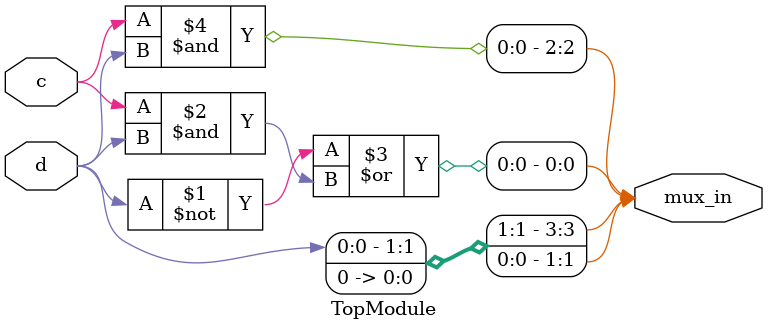
<source format=sv>
module TopModule(
    input logic c,
    input logic d,
    output logic [3:0] mux_in
);

    // Implementing the logic for each bit of mux_in using 2-to-1 multiplexers
    assign mux_in[0] = (~d) | (c & d); // Simplified logic for mux_in[0]
    assign mux_in[1] = 0;              // Constant 0
    assign mux_in[2] = c & d;          // Direct AND operation
    assign mux_in[3] = d;              // Simplified logic for mux_in[3]

endmodule
</source>
